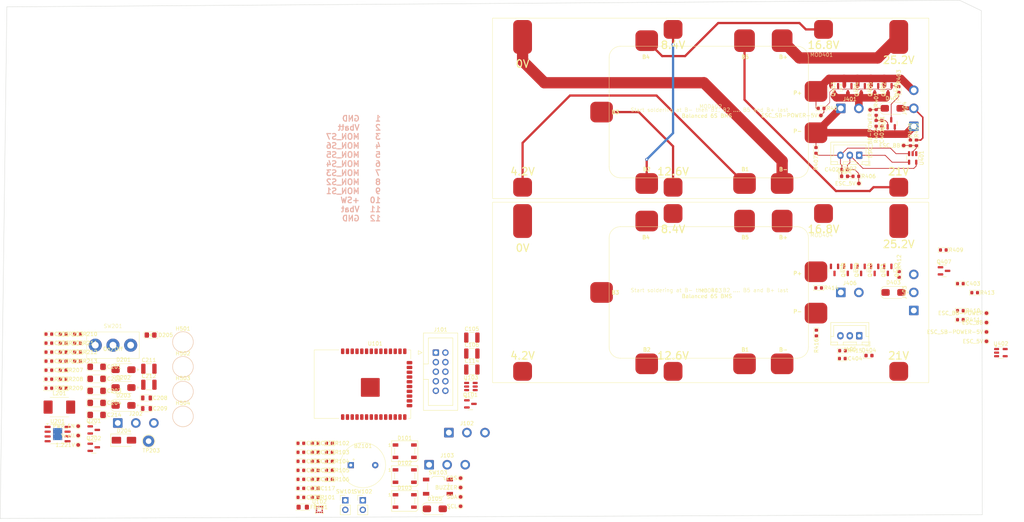
<source format=kicad_pcb>
(kicad_pcb (version 20240108) (generator "pcbnew") (generator_version "8.0")
  (layers (0 "F.Cu" signal) (31 "B.Cu" signal) (34 "B.Paste" user) (35 "F.Paste" user) (36 "B.SilkS" user "B.Silkscreen") (37 "F.SilkS" user "F.Silkscreen") (38 "B.Mask" user) (39 "F.Mask" user) (44 "Edge.Cuts" user))
  (net 0 "")
  (net 1 "+3.3V")
  (net 2 "GND")
  (net 3 "BUTTON")
  (net 4 "EN")
  (net 5 "Net-(U201-BOOT)")
  (net 6 "Vbatt")
  (net 7 "/CPU/COM")
  (net 8 "LEDS")
  (net 9 "Net-(Q401-G)")
  (net 10 "Net-(D402-K)")
  (net 11 "Net-(J402-Pin_2)")
  (net 12 "Net-(D101-DOUT)")
  (net 13 "Net-(D102-DOUT)")
  (net 14 "DR0")
  (net 15 "RX")
  (net 16 "TX")
  (net 18 "/CPU/PwrEn")
  (net 19 "Net-(D401-K)")
  (net 20 "Net-(U101-SDA{slash}GPIO21)")
  (net 22 "MTDI")
  (net 26 "ESC_SB")
  (net 28 "ESC_BB")
  (net 29 "Net-(BZ101--)")
  (net 30 "MTDO")
  (net 32 "MTCK")
  (net 33 "MTMS")
  (net 35 "Net-(D402-A)")
  (net 41 "Net-(J401-Pin_2)")
  (net 42 "Net-(J402-Pin_1)")
  (net 43 "Net-(Q101-G)")
  (net 44 "Net-(U101-SCL{slash}GPIO22)")
  (net 45 "Net-(Q401-D)")
  (net 46 "Net-(U201-Vsens)")
  (net 49 "/CPU/VbatEn")
  (net 51 "Net-(Q402-G)")
  (net 52 "BUZZER")
  (net 54 "/CPU/Vsamp")
  (net 55 "Net-(U401-A)")
  (net 59 "Net-(U102-CS_MAG)")
  (net 60 "Net-(U102-C1)")
  (net 61 "Net-(D201-K)")
  (net 62 "Net-(D204-K)")
  (net 63 "Net-(D205-A)")
  (net 64 "Net-(Q201-G)")
  (net 65 "Net-(Q201-D)")
  (net 66 "Net-(Q202-D)")
  (net 67 "Net-(Q202-G)")
  (net 68 "Net-(R205-Pad1)")
  (net 69 "Net-(R205-Pad2)")
  (net 70 "Net-(R207-Pad2)")
  (net 74 "Net-(D401-A)")
  (net 75 "B1")
  (net 76 "B5")
  (net 77 "B+")
  (net 78 "B-")
  (net 79 "B3")
  (net 80 "B2")
  (net 81 "B4")
  (net 82 "GND1")
  (net 83 "GND2")
  (net 84 "Net-(Q407-G)")
  (net 85 "Net-(D404-K)")
  (net 86 "Net-(J405-Pin_2)")
  (net 87 "Net-(D403-A)")
  (net 88 "Net-(D403-K)")
  (net 89 "Net-(D404-A)")
  (net 90 "Net-(J405-Pin_1)")
  (net 91 "Net-(J406-Pin_2)")
  (net 92 "Net-(Q407-D)")
  (net 93 "Net-(Q408-G)")
  (net 94 "Net-(U402-A)")
  (net 96 "VbattBB")
  (net 97 "Net-(MOD403-21V)")
  (net 98 "Net-(MOD403-0V)")
  (net 99 "Net-(MOD403-8.4V)")
  (net 100 "Net-(MOD403-4.2V)")
  (net 101 "Net-(MOD403-16.8V)")
  (net 102 "Net-(MOD403-12.6V)")
  (net 103 "Net-(MOD403-25.2V)")
  (net 104 "VbattSB")
  (footprint "A_Device:C_0603" (layer "F.Cu") (at 245.81 112.49)
    (property "Reference" "C404")
    (property "Value" "100n")
  )
  (footprint "A_Device:R_0603" (layer "F.Cu") (at 240.18 45.9)
    (property "Reference" "R404")
    (property "Value" "18K")
  )
  (footprint "A_Pads_Pins:Testpad_1" (layer "F.Cu") (at 250.21 65.89)
    (property "Reference" "TP404" (hide yes))
    (property "Value" "ESC_5V")
  )
  (footprint "A_Device:R_0603" (layer "F.Cu") (at 254.81 46.99 90)
    (property "Reference" "R401")
    (property "Value" "100")
  )
  (footprint "A_Device:C_0603" (layer "F.Cu") (at 34.86 105.975)
    (property "Reference" "C205")
    (property "Value" "100n")
  )
  (footprint "A_Device:D_SMA_4.3x3x2.4" (layer "F.Cu") (at 54.71 124.95)
    (property "Reference" "D203")
    (property "Value" "SS14")
  )
  (footprint "A_Device:R_0603" (layer "F.Cu") (at 277.1925 102.15)
    (property "Reference" "R411")
    (property "Value" "100")
  )
  (footprint "A_Device:C_0603" (layer "F.Cu") (at 105.66 135.025)
    (property "Reference" "C110")
    (property "Value" "100n")
  )
  (footprint "A_Pads_Pins:Testpad_1" (layer "F.Cu") (at 144.33 149.295)
    (property "Reference" "TP103" (hide yes))
    (property "Value" "SDA")
  )
  (footprint "A_Device:C_0603" (layer "F.Cu") (at 101.86 149.425)
    (property "Reference" "C109")
    (property "Value" "100n")
  )
  (footprint "A_Pads_Pins:Testpad_1" (layer "F.Cu") (at 42.66 130.475)
    (property "Reference" "TP201" (hide yes))
    (property "Value" "PWR_EN")
  )
  (footprint "A_Device:C_0603" (layer "F.Cu") (at 101.86 144.625)
    (property "Reference" "C107")
    (property "Value" "100n")
  )
  (footprint "A_Device:R_0603" (layer "F.Cu") (at 238.81 57.09 -90)
    (property "Reference" "R407")
    (property "Value" "100")
  )
  (footprint "Connector_Wire:SolderWire-0.75sqmm_1x03_P4.8mm_D1.25mm_OD2.3mm" (layer "F.Cu") (at 53.185 129.63)
    (property "Reference" "J202")
    (property "Value" "CHRG/DATA")
  )
  (footprint "A_Connector:SS-12D10L5" (layer "F.Cu") (at 51.91 108.925)
    (property "Reference" "SW201")
    (property "Value" "On/Off")
  )
  (footprint "A_Pads_Pins:Testpad_1" (layer "F.Cu") (at 262.11 55.79)
    (property "Reference" "TP403" (hide yes))
    (property "Value" "ESC_BB")
  )
  (footprint "A_Pads_Pins:Testpad_1" (layer "F.Cu") (at 284.1425 105.4)
    (property "Reference" "TP407" (hide yes))
    (property "Value" "ESC_SB-POWER-5V")
  )
  (footprint "Package_TO_SOT_SMD:SOT-23" (layer "F.Cu") (at 250.848 40.82 -90)
    (property "Reference" "Q405")
    (property "Value" "AO3401A")
  )
  (footprint "A_Device:C_0603" (layer "F.Cu") (at 105.66 147.025)
    (property "Reference" "C117")
    (property "Value" "10n")
  )
  (footprint "Connector_Wire:SolderWire-0.75sqmm_1x03_P4.8mm_D1.25mm_OD2.3mm" (layer "F.Cu") (at 135.955 140.74)
    (property "Reference" "J103")
    (property "Value" "Conn_01x03_Pin")
  )
  (footprint "A_Device:C_1206_(1.6)" (layer "F.Cu") (at 47.56 114.675)
    (property "Reference" "C201")
    (property "Value" "4.7uF/10V")
  )
  (footprint "A_Device:R_0603" (layer "F.Cu") (at 109.46 142.225)
    (property "Reference" "R105")
    (property "Value" "2.2k")
  )
  (footprint "A_Device:C_1206_(1.6)" (layer "F.Cu") (at 47.56 124.275)
    (property "Reference" "C204")
    (property "Value" "4.7uF/10V")
  )
  (footprint "Package_TO_SOT_SMD:SOT-23" (layer "F.Cu") (at 257.96 40.82 -90)
    (property "Reference" "Q406")
    (property "Value" "AO3401A")
  )
  (footprint "Connector_Wire:SolderWire-0.75sqmm_1x03_P4.8mm_D1.25mm_OD2.3mm" (layer "F.Cu") (at 264.81 50.69 90)
    (property "Reference" "J404")
    (property "Value" "INPUT_SB")
  )
  (footprint "A_Device:C_0603" (layer "F.Cu") (at 277.1925 92.55)
    (property "Reference" "C403")
    (property "Value" "100n")
  )
  (footprint "A_Device:C_0603" (layer "F.Cu") (at 105.66 139.825)
    (property "Reference" "C112")
    (property "Value" "10n")
  )
  (footprint "A_Device:R_0603" (layer "F.Cu") (at 265.51 55.09 90)
    (property "Reference" "R405")
    (property "Value" "100")
  )
  (footprint "Connector_JST:JST_XH_B3B-XH-A_1x03_P2.50mm_Vertical" (layer "F.Cu") (at 250.31 58.39 180)
    (property "Reference" "J402")
    (property "Value" "ESC_SB")
  )
  (footprint "A_Device:R_0603" (layer "F.Cu") (at 280.9925 94.95)
    (property "Reference" "R413")
    (property "Value" "100K")
  )
  (footprint "A_Device:R_0603" (layer "F.Cu") (at 245.86 110.39)
    (property "Reference" "R415")
    (property "Value" "4.7k")
  )
  (footprint "LED_SMD:LED_0603_1608Metric" (layer "F.Cu") (at 252.8975 111.69)
    (property "Reference" "D404")
    (property "Value" "PWR_ESC_BB")
  )
  (footprint "A_Device:R_0603" (layer "F.Cu") (at 34.86 117.975)
    (property "Reference" "R201")
    (property "Value" "100")
  )
  (footprint "A_Device:R_0603" (layer "F.Cu") (at 109.46 135.025)
    (property "Reference" "R102")
    (property "Value" "10K")
  )
  (footprint "Capacitor_SMD:C_1210_3225Metric" (layer "F.Cu") (at 147.315 111.15)
    (property "Reference" "C106")
    (property "Value" "100u/10V")
  )
  (footprint "A_Device:R_0603" (layer "F.Cu") (at 263.91 55.09 90)
    (property "Reference" "R408")
    (property "Value" "100K")
  )
  (footprint "LED_SMD:LED_WS2812B_PLCC4_5.0x5.0mm_P3.2mm" (layer "F.Cu") (at 129.47 137.135)
    (property "Reference" "D101")
    (property "Value" "WS2812B")
  )
  (footprint "Connector_Wire:SolderWire-0.75sqmm_1x02_P4.8mm_D1.25mm_OD2.3mm" (layer "F.Cu") (at 245.408 94.89)
    (property "Reference" "J406")
    (property "Value" "ESCBB")
  )
  (footprint "Connector_Wire:SolderWire-0.75sqmm_1x03_P4.8mm_D1.25mm_OD2.3mm" (layer "F.Cu") (at 264.81 99.69 90)
    (property "Reference" "J403")
    (property "Value" "INPUT_BB")
  )
  (footprint "A_Module:BMS_6S_14A" (layer "F.Cu") (at 209.81 94.89)
    (property "Reference" "MOD404")
    (property "Value" "Balanced 6S BMS")
  )
  (footprint "A_Pads_Pins:Testpad_1" (layer "F.Cu") (at 284.1425 107.9)
    (property "Reference" "TP408" (hide yes))
    (property "Value" "ESC_5V")
  )
  (footprint "A_Device:D_SMA_4.3x3x2.4" (layer "F.Cu") (at 259.21 45.89)
    (property "Reference" "D401")
    (property "Value" "SS14")
  )
  (footprint "A_Mechanical:NPTH_M3" (layer "F.Cu") (at 70.51 114.675)
    (property "Reference" "H502")
    (property "Value" "MountingHole")
  )
  (footprint "A_Device:C_0603" (layer "F.Cu") (at 34.86 110.775)
    (property "Reference" "C207")
    (property "Value" "100n")
  )
  (footprint "Connector_PinHeader_2.54mm:PinHeader_1x02_P2.54mm_Vertical" (layer "F.Cu") (at 113.685 150.2)
    (property "Reference" "SW101")
    (property "Value" "~{BOOT}")
  )
  (footprint "TestPoint:TestPoint_Loop_D2.54mm_Drill1.5mm_Beaded" (layer "F.Cu") (at 61.375 134.46)
    (property "Reference" "TP203")
    (property "Value" "GND")
  )
  (footprint "Package_TO_SOT_SMD:SOT-23" (layer "F.Cu") (at 272.8475 89.14)
    (property "Reference" "Q407")
    (property "Value" "AO3400A")
  )
  (footprint "Connector_Wire:SolderWire-0.75sqmm_1x02_P4.8mm_D1.25mm_OD2.3mm" (layer "F.Cu") (at 245.408 45.9075)
    (property "Reference" "J401")
    (property "Value" "PWR_ESC_SB")
  )
  (footprint "A_Pads_Pins:Testpad_1" (layer "F.Cu") (at 42.66 132.975)
    (property "Reference" "TP202" (hide yes))
    (property "Value" "Vcell")
  )
  (footprint "A_Misc:Buzzer-12x6.5x5.2" (layer "F.Cu") (at 118.385 140.85)
    (property "Reference" "BZ101")
    (property "Value" "Buzzer")
  )
  (footprint "A_Passive:LED_0805" (layer "F.Cu") (at 61.91 106.225)
    (property "Reference" "D205")
    (property "Value" "3.3V")
  )
  (footprint "A_Device:L_0805_(1.2)" (layer "F.Cu") (at 102.36 152.025)
    (property "Reference" "FB101")
    (property "Value" "0.3E 240E@100MHz")
  )
  (footprint "A_Device:R_0603" (layer "F.Cu") (at 42.46 110.775)
    (property "Reference" "R212")
    (property "Value" "10K")
  )
  (footprint "A_Pads_Pins:Testpad_1" (layer "F.Cu") (at 284.1425 102.9)
    (property "Reference" "TP406" (hide yes))
    (property "Value" "ESC_BB")
  )
  (footprint "Package_TO_SOT_SMD:SOT-23" (layer "F.Cu") (at 243.736 88.89 -90)
    (property "Reference" "Q408")
    (property "Value" "AO3401A")
  )
  (footprint "Package_TO_SOT_SMD:SOT-23" (layer "F.Cu") (at 146.935 124.545)
    (property "Reference" "Q101")
    (property "Value" "AO3400A")
  )
  (footprint "A_Pads_Pins:Testpad_1" (layer "F.Cu") (at 144.33 151.795)
    (property "Reference" "TP104" (hide yes))
    (property "Value" "SCL")
  )
  (footprint "Package_TO_SOT_SMD:SOT-23-5" (layer "F.Cu") (at 264.51 59.09 -90)
    (property "Reference" "U401")
    (property "Value" "SN74LV1T34DBV")
  )
  (footprint "A_Device:C_0603" (layer "F.Cu") (at 101.86 135.025)
    (property "Reference" "C101")
    (property "Value" "100n")
  )
  (footprint "A_Device:C_0603" (layer "F.Cu") (at 101.86 142.225)
    (property "Reference" "C104")
    (property "Value" "100n")
  )
  (footprint "A_Mechanical:NPTH_M3" (layer "F.Cu") (at 70.51 121.275)
    (property "Reference" "H503")
    (property "Value" "MountingHole")
  )
  (footprint "A_Device:C_0603" (layer "F.Cu") (at 256.31 49.89 -90)
    (property "Reference" "C401")
    (property "Value" "100n")
  )
  (footprint "A_Device:D_SMA_4.3x3x2.4" (layer "F.Cu") (at 137.48 152.47)
    (property "Reference" "D105")
    (property "Value" "SS14")
  )
  (footprint "A_Device:L_6.6x7.0mm" (layer "F.Cu") (at 37.66 125.4)
    (property "Reference" "L201")
    (property "Value" "33uH/2A")
  )
  (footprint "A_Device:D_SMA_4.3x3x2.4" (layer "F.Cu") (at 54.71 120.2)
    (property "Reference" "D202")
    (property "Value" "SS14")
  )
  (footprint "Package_TO_SOT_SMD:SOT-23" (layer "F.Cu") (at 247.292 40.82 -90)
    (property "Reference" "Q404")
    (property "Value" "AO3401A")
  )
  (footprint "A_Device:R_0603" (layer "F.Cu") (at 38.66 117.975)
    (property "Reference" "R208")
    (property "Value" "1k")
  )
  (footprint "A_Device:R_0603" (layer "F.Cu") (at 38.66 105.975)
    (property "Reference" "R203")
    (property "Value" "100K")
  )
  (footprint "A_Device:R_0603" (layer "F.Cu") (at 254.81 49.89 -90)
    (property "Reference" "R402")
    (property "Value" "100K")
  )
  (footprint "A_Device:C_0603" (layer "F.Cu") (at 105.66 142.225)
    (property "Reference" "C113")
    (property "Value" "100n")
  )
  (footprint "A_Device:C_0603" (layer "F.Cu") (at 34.86 108.375)
    (property "Reference" "C206")
    (property "Value" "10n")
  )
  (footprint "A_Pads_Pins:Testpad_1" (layer "F.Cu") (at 240.11 47.79)
    (property "Reference" "TP402" (hide yes))
    (property "Value" "ESC_SB-POWER-5V")
  )
  (footprint "Package_SO:HTSOP-8-1EP_3.9x4.9mm_P1.27mm_EP2.4x3.2mm_ThermalVias" (layer "F.Cu") (at 37.185 132.58)
    (property "Reference" "U201")
    (property "Value" "TPS5430DDAR")
  )
  (footprint "A_Module:BMS_6S_14A" (layer "F.Cu") (at 209.81 46.89)
    (property "Reference" "MOD401")
    (property "Value" "Balanced 6S BMS")
  )
  (footprint "A_Device:R_0603" (layer "F.Cu") (at 249.41 63.99)
    (property "Reference" "R406")
    (property "Value" "4.7k")
  )
  (footprint "A_Device:C_0603" (layer "F.Cu") (at 246.41 62.19 180)
    (property "Reference" "C402")
    (property "Value" "100n")
  )
  (footprint "Capacitor_SMD:C_1210_3225Metric" (layer "F.Cu") (at 147.315 106.9)
    (property "Reference" "C105")
    (property "Value" "100u/10V")
  )
  (footprint "Package_TO_SOT_SMD:SOT-23-5" (layer "F.Cu") (at 287.9675 110.91)
    (property "Reference" "U402")
    (property "Value" "SN74LV1T34DBV")
  )
  (footprint "A_Device:C_0603" (layer "F.Cu") (at 105.66 144.625)
    (property "Reference" "C116")
    (property "Value" "100n")
  )
  (footprint "A_Device:R_0603" (layer "F.Cu") (at 38.66 108.375)
    (property "Reference" "R204")
    (property "Value" "1k")
  )
  (footprint "A_Device:D_SMA_4.3x3x2.4" (layer "F.Cu") (at 54.71 115.45)
    (property "Reference" "D201")
    (property "Value" "SS14")
  )
  (footprint "Package_TO_SOT_SMD:SOT-23-6" (layer "F.Cu") (at 147.065 119.925)
    (property "Reference" "U103")
    (property "Value" "USBLC6-4SC6")
  )
  (footprint "A_Device:R_0603" (layer "F.Cu") (at 38.66 113.175)
    (property "Reference" "R206")
    (property "Value" "6.2k")
  )
  (footprint "A_Device:R_0603" (layer "F.Cu") (at 109.46 139.825)
    (property "Reference" "R104")
    (property "Value" "2.2k")
  )
  (footprint "A_Device:C_0603" (layer "F.Cu") (at 101.86 137.425)
    (property "Reference" "C102")
    (property "Value" "100n")
  )
  (footprint "A_Pads_Pins:Testpad_1" (layer "F.Cu") (at 144.33 146.795)
    (property "Reference" "TP102" (hide yes))
    (property "Value" "BUZZER")
  )
  (footprint "A_Mechanical:Accupack_6C" (layer "F.Cu") (at 210.81 94.89)
    (property "Reference" "MOD403")
    (property "Value" "~")
  )
  (footprint "A_Device:R_0603" (layer "F.Cu") (at 109.46 144.625)
    (property "Reference" "R106")
    (property "Value" "100")
  )
  (footprint "A_Device:R_0603" (layer "F.Cu") (at 277.1925 99.75)
    (property "Reference" "R410")
    (property "Value" "100K")
  )
  (footprint "Package_TO_SOT_SMD:SOT-23" (layer "F.Cu") (at 254.404 40.82 -90)
    (property "Reference" "Q402")
    (property "Value" "AO3401A")
  )
  (footprint "LED_SMD:LED_0603_1608Metric" (layer "F.Cu") (at 246.41 63.99)
    (property "Reference" "D402")
    (property "Value" "PWR_ESC_BB")
  )
  (footprint "A_Pads_Pins:Testpad_1" (layer "F.Cu") (at 144.33 144.295)
    (property "Reference" "TP101" (hide yes))
    (property "Value" "LEDS")
  )
  (footprint "A_Device:R_0603" (layer "F.Cu") (at 260.81 40.89 90)
    (property "Reference" "R403")
    (property "Value" "10K")
  )
  (footprint "Capacitor_SMD:C_1210_3225Metric" (layer "F.Cu") (at 61.455 115.2)
    (property "Reference" "C211")
    (property "Value" "100u/10V")
  )
  (footprint "A_Device:R_0603" (layer "F.Cu") (at 239.51 93.69)
    (property "Reference" "R414")
    (property "Value" "18K")
  )
  (footprint "A_Mechanical:NPTH_M3" (layer "F.Cu") (at 70.51 127.875)
    (property "Reference" "H504")
    (property "Value" "MountingHole")
  )
  (footprint "A_Device:R_0603" (layer "F.Cu") (at 42.46 108.375)
    (property "Reference" "R211")
    (property "Value" "18K")
  )
  (footprint "Connector_Wire:SolderWire-0.75sqmm_1x03_P4.8mm_D1.25mm_OD2.3mm" (layer "F.Cu") (at 141.21 132.19)
    (property "Reference" "J102")
    (property "Value" "Conn_01x03_Pin")
  )
  (footprint "A_Device:R_0603" (layer "F.Cu") (at 38.66 120.375)
    (property "Reference" "R209")
    (property "Value" "100K")
  )
  (footprint "A_Device:R_0603" (layer "F.Cu") (at 238.91 105.69 -90)
    (property "Reference" "R416")
    (property "Value" "100")
  )
  (footprint "A_Device:C_1206_(1.6)" (layer "F.Cu") (at 47.56 117.875)
    (property "Reference" "C202")
    (property "Value" "4.7uF/10V")
  )
  (footprint "Package_TO_SOT_SMD:SOT-23" (layer "F.Cu") (at 247.26 88.89 -90)
    (property "Reference" "Q409")
    (property "Value" "AO3401A")
  )
  (footprint "Connector_PinHeader_2.54mm:PinHeader_1x02_P2.54mm_Vertical" (layer "F.Cu") (at 118.335 150.2)
    (property "Reference" "SW102")
    (property "Value" "~{RESET}")
  )
  (footprint "A_Device:R_0603" (layer "F.Cu") (at 42.46 105.975)
    (property "Reference" "R210")
    (property "Value" "100K")
  )
  (footprint "A_Mechanical:NPTH_M3" (layer "F.Cu") (at 70.51 108.075)
    (property "Reference" "H501")
    (property "Value" "MountingHole")
  )
  (footprint "A_Pads_Pins:Testpad_1" (layer "F.Cu") (at 42.66 135.475)
    (property "Reference" "TP204" (hide yes))
    (property "Value" "1.221V")
  )
  (footprint "Package_TO_SOT_SMD:SOT-23" (layer "F.Cu") (at 243.736 40.82 -90)
    (property "Reference" "Q403")
    (property "Value" "AO3401A")
  )
  (footprint "A_Pads_Pins:Testpad_1" (layer "F.Cu") (at 284.1425 100.4)
    (property "Reference" "TP405" (hide yes))
    (property "Value" "ESC_BB-POWER")
  )
  (footprint "Connector_IDC:IDC-Header_2x05_P2.54mm_Vertical" (layer "F.Cu") (at 137.75 110.9)
    (property "Reference" "J101")
    (property "Value" "PROG/JTAG")
  )
  (footprint "A_Device:R_0603" (layer "F.Cu") (at 34.86 120.375)
    (property "Reference" "R202")
    (property "Value" "100K")
  )
  (footprint "A_Device:D_SMA_4.3x3x2.4" (layer "F.Cu") (at 259.41 94.89)
    (property "Reference" "D403")
    (property "Value" "SS14")
  )
  (footprint "Connector_JST:JST_XH_B3B-XH-A_1x03_P2.50mm_Vertical" (layer "F.Cu") (at 250.31 106.415 180)
    (property "Reference" "J405")
    (property "Value" "ESC_BB")
  )
  (footprint "A_Device:C_0805" (layer "F.Cu") (at 60.83 122.975)
    (property "Reference" "C208")
    (property "Value" "10u/25V")
  )
  (footprint "A_Device:C_0603" (layer "F.Cu") (at 101.86 147.025)
    (property "Reference" "C108")
    (property "Value" "100n")
  )
  (footprint "A_Device:R_0603" (layer "F.Cu") (at 105.66 149.425)
    (property "Reference" "R101")
    (property "Value" "10K")
  )
  (footprint "A_Device:R_0603" (layer "F.Cu") (at 260.91 90.09 90)
    (property "Reference" "R412")
    (property "Value" "10K")
  )
  (footprint "Diode_SMD:D_SMA" (layer "F.Cu") (at 54.83 134.21)
    (property "Reference" "D204")
    (property "Value" "SS54")
  )
  (footprint "Package_TO_SOT_SMD:SOT-23" (layer "F.Cu") (at 46.805 131.475)
    (property "Reference" "Q201")
    (property "Value" "AO3400A")
  )
  (footprint "Button_Switch_SMD:SW_SPST_TL3342" (layer "F.Cu") (at 138.305 146.57)
    (property "Reference" "SW103")
    (property "Value" "MODE")
  )
  (footprint "A_Module:ESP32-WROOM-32" (layer "F.Cu") (at 118.235 119.3)
    (property "Reference" "U101")
    (property "Value" "ESP32-WROOM-32E_(visible_peripherals)")
  )
  (footprint "Package_TO_SOT_SMD:SOT-23" (layer "F.Cu") (at 250.81 88.89 -90)
    (property "Reference" "Q410")
    (property "Value" "AO3401A")
  )
  (footprint "A_Device:R_0603" (layer "F.Cu") (at 38.66 115.575)
    (property "Reference" "R207")
    (property "Value" "100K")
  )
  (footprint "A_Pads_Pins:Testpad_1" (layer "F.Cu") (at 253.21 46.29 90)
    (property "Reference" "TP401" (hide yes))
    (property "Value" "ESC_BB-POWER")
  )
  (footprint "Package_TO_SOT_SMD:SOT-23" (layer "F.Cu") (at 258.81 49.89 90)
    (property "Reference" "Q401")
    (property "Value" "AO3400A")
  )
  (footprint "Capacitor_SMD:C_1210_3225Metric" (layer "F.Cu") (at 147.315 115.4)
    (property "Reference" "C114")
    (property "Value" "100u/10V")
  )
  (footprint "A_Device:R_0603" (layer "F.Cu") (at 272.66 83.59)
    (property "Reference" "R409")
    (property "Value" "100")
  )
  (footprint "Package_LGA:LGA-12_2x2mm_P0.5mm" (layer "F.Cu") (at 106.78 152.645)
    (property "Reference" "U102")
    (property "Value" "LSM303AGRTR")
  )
  (footprint "A_Device:R_0603" (layer "F.Cu") (at 42.46 113.175)
    (property "Reference" "R213")
    (property "Value" "10K")
  )
  (footprint "A_Mechanical:Accupack_6C" (layer "F.Cu") (at 210.81 45.89)
    (property "Reference" "MOD402")
    (property "Value" "~")
  )
  (footprint "LED_SMD:LED_WS2812B_PLCC4_5.0x5.0mm_P3.2mm" (layer "F.Cu") (at 129.47 150.375)
    (property "Reference" "D103")
    (property "Value" "WS2812B")
  )
  (footprint "A_Device:C_0603" (layer "F.Cu") (at 101.86 139.825)
    (property "Reference" "C103")
    (property "Value" "100n")
  )
  (footprint "Capacitor_SMD:C_1210_3225Metric" (layer "F.Cu") (at 61.455 119.45)
    (property "Reference" "C212")
    (property "Value" "100u/10V")
  )
  (footprint "A_Device:C_1206_(1.6)" (layer "F.Cu") (at 47.56 127.475)
    (property "Reference" "C214")
    (property "Value" "4.7uF/10V")
  )
  (footprint "A_Device:C_0603" (layer "F.Cu") (at 105.66 137.425)
    (property "Reference" "C111")
    (property "Value" "100n")
  )
  (footprint "Package_TO_SOT_SMD:SOT-23" (layer "F.Cu") (at 254.41 88.89 -90)
    (property "Reference" "Q411")
    (property "Value" "AO3401A")
  )
  (footprint "A_Device:R_0603" (layer "F.Cu") (at 38.66 110.775)
    (property "Reference" "R205")
    (property "Value" "100K")
  )
  (footprint "A_Device:C_0805" (layer "F.Cu") (at 60.83 125.775)
    (property "Reference" "C209")
    (property "Value" "10u/25V")
  )
  (footprint "Package_TO_SOT_SMD:SOT-23" (layer "F.Cu") (at 257.91 88.89 -90)
    (property "Reference" "Q412")
    (property "Value" "AO3401A")
  )
  (footprint "A_Device:R_0603" (layer "F.Cu") (at 109.46 137.425)
    (property "Reference" "R103")
    (property "Value" "10K")
  )
  (footprint "Package_TO_SOT_SMD:SOT-23" (layer "F.Cu") (at 46.805 136.1)
    (property "Reference" "Q202")
    (property "Value" "AO3401A")
  )
  (footprint "A_Device:C_1206_(1.6)" (layer "F.Cu") (at 47.56 121.075)
    (property "Reference" "C203")
    (property "Value" "4.7uF/10V")
  )
  (footprint "A_Device:C_0603" (layer "F.Cu") (at 34.86 115.575)
    (property "Reference" "C213")
    (property "Value" "100n")
  )
  (footprint "LED_SMD:LED_WS2812B_PLCC4_5.0x5.0mm_P3.2mm" (layer "F.Cu") (at 129.47 143.755)
    (property "Reference" "D102")
    (property "Value" "WS2812B")
  )
  (footprint "A_Device:C_0603" (layer "F.Cu") (at 34.86 113.175)
    (property "Reference" "C210")
    (property "Value" "10n")
  )
  (gr_line (start 21.924 155.04) (end 283.036 154.024) (stroke (width 0.1)) (layer "Edge.Cuts"))
  (gr_line (start 276.94 17.118) (end 23.702 18.896) (stroke (width 0.1)) (layer "Edge.Cuts"))
  (gr_line (start 283.036 154.024) (end 282.782 19.912) (stroke (width 0.1)) (layer "Edge.Cuts"))
  (gr_line (start 23.702 18.896) (end 21.924 155.04) (stroke (width 0.1)) (layer "Edge.Cuts"))
  (gr_line (start 282.782 19.912) (end 276.94 17.118) (stroke (width 0.1)) (layer "Edge.Cuts"))
  (gr_text "1	GND\n2	Vbatt\n3	MON_S7\n4	MON_S6\n5	MON_S5\n6	MON_S4\n7	MON_S3\n8	MON_S2\n9	MON_S1\n10	+SW\n11	Vbat\n12	GND" (at 123.27 76.046 0) (layer "B.SilkS") (effects (font (size 1.5 1.5) (thickness 0.3) (bold yes)) (justify left bottom mirror)))
  (segment (start 256.31 49.14) (end 254.81 49.14) (width 0.2) (layer "F.Cu") (net 9))
  (segment (start 254.81 47.74) (end 254.81 49.14) (width 0.2) (layer "F.Cu") (net 9))
  (segment (start 257.26 49.14) (end 256.31 49.14) (width 0.2) (layer "F.Cu") (net 9))
  (segment (start 257.86 50.8275) (end 257.86 49.74) (width 0.2) (layer "F.Cu") (net 9))
  (segment (start 257.86 49.74) (end 257.26 49.14) (width 0.2) (layer "F.Cu") (net 9))
  (segment (start 245.71 61.09) (end 245.71 61.29) (width 0.2) (layer "F.Cu") (net 10))
  (segment (start 263.56 57.9525) (end 260.0725 57.9525) (width 0.2) (layer "F.Cu") (net 10))
  (segment (start 245.31 58.39) (end 239.36 58.39) (width 0.2) (layer "F.Cu") (net 10))
  (segment (start 245.71 61.29) (end 245.66 61.34) (width 0.2) (layer "F.Cu") (net 10))
  (segment (start 258.61 56.49) (end 247.21 56.49) (width 0.2) (layer "F.Cu") (net 10))
  (segment (start 245.31 58.39) (end 245.31 60.69) (width 0.2) (layer "F.Cu") (net 10))
  (segment (start 245.66 63.9525) (end 245.6225 63.99) (width 0.2) (layer "F.Cu") (net 10))
  (segment (start 245.31 60.69) (end 245.71 61.09) (width 0.2) (layer "F.Cu") (net 10))
  (segment (start 239.36 58.39) (end 238.81 57.84) (width 0.2) (layer "F.Cu") (net 10))
  (segment (start 260.0725 57.9525) (end 258.61 56.49) (width 0.2) (layer "F.Cu") (net 10))
  (segment (start 245.66 62.19) (end 245.66 63.9525) (width 0.2) (layer "F.Cu") (net 10))
  (segment (start 247.21 56.49) (end 245.31 58.39) (width 0.2) (layer "F.Cu") (net 10))
  (segment (start 245.66 61.34) (end 245.66 62.19) (width 0.2) (layer "F.Cu") (net 10))
  (segment (start 247.16 61.04) (end 247.81 60.39) (width 0.2) (layer "F.Cu") (net 11))
  (segment (start 251.31 61.89) (end 247.81 58.39) (width 0.2) (layer "F.Cu") (net 11))
  (segment (start 264.81 61.89) (end 251.31 61.89) (width 0.2) (layer "F.Cu") (net 11))
  (segment (start 250.16 65.84) (end 250.21 65.89) (width 0.2) (layer "F.Cu") (net 11))
  (segment (start 247.81 60.39) (end 247.81 58.39) (width 0.2) (layer "F.Cu") (net 11))
  (segment (start 250.16 63.24) (end 249.11 62.19) (width 0.2) (layer "F.Cu") (net 11))
  (segment (start 247.16 62.19) (end 247.16 61.04) (width 0.2) (layer "F.Cu") (net 11))
  (segment (start 265.46 60.2275) (end 265.46 61.24) (width 0.2) (layer "F.Cu") (net 11))
  (segment (start 249.11 62.19) (end 247.16 62.19) (width 0.2) (layer "F.Cu") (net 11))
  (segment (start 250.16 63.99) (end 250.16 65.84) (width 0.2) (layer "F.Cu") (net 11))
  (segment (start 250.16 63.99) (end 250.16 63.24) (width 0.2) (layer "F.Cu") (net 11))
  (segment (start 265.46 61.24) (end 264.81 61.89) (width 0.2) (layer "F.Cu") (net 11))
  (segment (start 256.876 45.89) (end 255.16 45.89) (width 0.2) (layer "F.Cu") (net 19))
  (segment (start 254.81 46.24) (end 253.26 46.24) (width 0.2) (layer "F.Cu") (net 19))
  (segment (start 255.16 45.89) (end 254.81 46.24) (width 0.2) (layer "F.Cu") (net 19))
  (segment (start 253.26 46.24) (end 253.21 46.29) (width 0.2) (layer "F.Cu") (net 19))
  (segment (start 247.1975 63.99) (end 248.66 63.99) (width 0.2) (layer "F.Cu") (net 35))
  (segment (start 243.736 41.7575) (end 243.736 42.598) (width 1) (layer "F.Cu") (net 41))
  (segment (start 250.208 43.228) (end 250.086 43.106) (width 2) (layer "F.Cu") (net 41))
  (segment (start 247.292 41.7575) (end 247.292 43.106) (width 1) (layer "F.Cu") (net 41))
  (segment (start 257.96 42.598) (end 257.96 41.7575) (width 1) (layer "F.Cu") (net 41))
  (segment (start 243.736 42.598) (end 244.244 43.106) (width 2) (layer "F.Cu") (net 41))
  (segment (start 250.086 43.106) (end 257.452 43.106) (width 2) (layer "F.Cu") (net 41))
  (segment (start 254.404 41.7575) (end 254.404 43.106) (width 1) (layer "F.Cu") (net 41))
  (segment (start 257.452 43.106) (end 257.96 42.598) (width 1) (layer "F.Cu") (net 41))
  (segment (start 250.848 41.7575) (end 250.848 43.106) (width 1) (layer "F.Cu") (net 41))
  (segment (start 244.244 43.106) (end 250.086 43.106) (width 2) (layer "F.Cu") (net 41))
  (segment (start 250.208 45.9075) (end 250.208 43.228) (width 2) (layer "F.Cu") (net 41))
  (segment (start 257.21 58.39) (end 250.31 58.39) (width 0.2) (layer "F.Cu") (net 42))
  (segment (start 259.0475 60.2275) (end 257.21 58.39) (width 0.2) (layer "F.Cu") (net 42))
  (segment (start 263.56 60.2275) (end 259.0475 60.2275) (width 0.2) (layer "F.Cu") (net 42))
  (segment (start 258.81 48.9525) (end 258.81 44.79) (width 0.2) (layer "F.Cu") (net 45))
  (segment (start 258.81 44.79) (end 260.81 42.79) (width 0.2) (layer "F.Cu") (net 45))
  (segment (start 260.81 42.79) (end 260.81 41.64) (width 0.2) (layer "F.Cu") (net 45))
  (segment (start 244.686 39.8825) (end 244.686 40.6905) (width 0.127) (layer "F.Cu") (net 51))
  (segment (start 260.81 40.14) (end 259.96 40.14) (width 0.2) (layer "F.Cu") (net 51))
  (segment (start 249.572566 40.8835) (end 250.2765 40.8835) (width 0.127) (layer "F.Cu") (net 51))
  (segment (start 251.864 40.7565) (end 253.001566 40.7565) (width 0.127) (layer "F.Cu") (net 51))
  (segment (start 259.96 40.14) (end 259.7025 39.8825) (width 0.2) (layer "F.Cu") (net 51))
  (segment (start 253.9595 40.7565) (end 255.293 40.7565) (width 0.127) (layer "F.Cu") (net 51))
  (segment (start 255.547 40.8835) (end 255.42 40.7565) (width 0.127) (layer "F.Cu") (net 51))
  (segment (start 248.242 40.6955) (end 248.181 40.7565) (width 0.127) (layer "F.Cu") (net 51))
  (segment (start 242.466 44.364) (end 240.93 45.9) (width 0.127) (layer "F.Cu") (net 51))
  (segment (start 249.445566 40.7565) (end 249.572566 40.8835) (width 0.127) (layer "F.Cu") (net 51))
  (segment (start 250.4035 40.7565) (end 251.737 40.7565) (width 0.127) (layer "F.Cu") (net 51))
  (segment (start 257.507566 40.8835) (end 255.547 40.8835) (width 0.127) (layer "F.Cu") (net 51))
  (segment (start 248.242 39.8825) (end 248.242 40.6955) (width 0.127) (layer "F.Cu") (net 51))
  (segment (start 255.354 40.6955) (end 255.293 40.7565) (width 0.127) (layer "F.Cu") (net 51))
  (segment (start 244.879 40.7565) (end 244.752 40.7565) (width 0.127) (layer "F.Cu") (net 51))
  (segment (start 244.752 40.7565) (end 244.625 40.7565) (width 0.127) (layer "F.Cu") (net 51))
  (segment (start 243.2915 40.7565) (end 242.466 41.582) (width 0.127) (layer "F.Cu") (net 51))
  (segment (start 258.91 39.8825) (end 258.91 40.759) (width 0.127) (layer "F.Cu") (net 51))
  (segment (start 253.001566 40.7565) (end 253.128566 40.8835) (width 0.127) (layer "F.Cu") (net 51))
  (segment (start 259.7025 39.8825) (end 258.91 39.8825) (width 0.2) (layer "F.Cu") (net 51))
  (segment (start 251.798 40.6905) (end 251.864 40.7565) (width 0.127) (layer "F.Cu") (net 51))
  (segment (start 244.686 40.6955) (end 244.625 40.7565) (width 0.127) (layer "F.Cu") (net 51))
  (segment (start 255.354 39.8825) (end 255.354 40.6905) (width 0.127) (layer "F.Cu") (net 51))
  (segment (start 248.242 40.6905) (end 248.308 40.7565) (width 0.127) (layer "F.Cu") (net 51))
  (segment (start 251.737 40.7565) (end 251.864 40.7565) (width 0.127) (layer "F.Cu") (net 51))
  (segment (start 258.285434 40.7565) (end 257.634566 40.7565) (width 0.127) (layer "F.Cu") (net 51))
  (segment (start 246.8475 40.7565) (end 248.181 40.7565) (width 0.127) (layer "F.Cu") (net 51))
  (segment (start 258.7855 40.8835) (end 258.412434 40.8835) (width 0.127) (layer "F.Cu") (net 51))
  (segment (start 251.798 39.8825) (end 251.798 40.6955) (width 0.127) (layer "F.Cu") (net 51))
  (segment (start 251.798 40.6955) (end 251.737 40.7565) (width 0.127) (layer "F.Cu") (net 51))
  (segment (start 255.42 39.9485) (end 255.354 39.8825) (width 0.127) (layer "F.Cu") (net 51))
  (segment (start 253.128566 40.8835) (end 253.8325 40.8835) (width 0.127) (layer "F.Cu") (net 51))
  (segment (start 242.466 41.582) (end 242.466 44.364) (width 0.127) (layer "F.Cu") (net 51))
  (segment (start 244.625 40.7565) (end 243.2915 40.7565) (width 0.127) (layer "F.Cu") (net 51))
  (segment (start 255.354 40.6905) (end 255.42 40.7565) (width 0.127) (layer "F.Cu") (net 51))
  (segment (start 255.354 39.8825) (end 255.354 40.6955) (width 0.127) (layer "F.Cu") (net 51))
  (segment (start 248.181 40.7565) (end 248.308 40.7565) (width 0.127) (layer "F.Cu") (net 51))
  (segment (start 255.293 40.7565) (end 255.42 40.7565) (width 0.127) (layer "F.Cu") (net 51))
  (segment (start 245.895 40.8835) (end 246.7205 40.8835) (width 0.127) (layer "F.Cu") (net 51))
  (segment (start 248.242 39.8825) (end 248.242 40.6905) (width 0.127) (layer "F.Cu") (net 51))
  (segment (start 246.7205 40.8835) (end 246.8475 40.7565) (width 0.127) (layer "F.Cu") (net 51))
  (segment (start 251.798 39.8825) (end 251.798 40.6905) (width 0.127) (layer "F.Cu") (net 51))
  (segment (start 245.768 40.7565) (end 244.879 40.7565) (width 0.127) (layer "F.Cu") (net 51))
  (segment (start 240.91 46.99) (end 240.91 45.92) (width 0.2) (layer "F.Cu") (net 51))
  (segment (start 258.412434 40.8835) (end 258.285434 40.7565) (width 0.127) (layer "F.Cu") (net 51))
  (segment (start 240.91 45.92) (end 240.93 45.9) (width 0.2) (layer "F.Cu") (net 51))
  (segment (start 258.91 40.759) (end 258.7855 40.8835) (width 0.127) (layer "F.Cu") (net 51))
  (segment (start 248.308 40.7565) (end 249.445566 40.7565) (width 0.127) (layer "F.Cu") (net 51))
  (segment (start 245.895 40.8835) (end 245.768 40.7565) (width 0.127) (layer "F.Cu") (net 51))
  (segment (start 250.2765 40.8835) (end 250.4035 40.7565) (width 0.127) (layer "F.Cu") (net 51))
  (segment (start 244.686 40.6905) (end 244.752 40.7565) (width 0.127) (layer "F.Cu") (net 51))
  (segment (start 253.8325 40.8835) (end 253.9595 40.7565) (width 0.127) (layer "F.Cu") (net 51))
  (segment (start 240.11 47.79) (end 240.91 46.99) (width 0.2) (layer "F.Cu") (net 51))
  (segment (start 257.634566 40.7565) (end 257.507566 40.8835) (width 0.127) (layer "F.Cu") (net 51))
  (segment (start 244.686 39.8825) (end 244.686 40.6955) (width 0.127) (layer "F.Cu") (net 51))
  (segment (start 264.51 57.9525) (end 264.51 57.49) (width 0.2) (layer "F.Cu") (net 55))
  (segment (start 264.51 57.49) (end 265.51 56.49) (width 0.2) (layer "F.Cu") (net 55))
  (segment (start 262.11 55.79) (end 265.46 55.79) (width 0.2) (layer "F.Cu") (net 55))
  (segment (start 265.46 55.79) (end 265.51 55.84) (width 0.2) (layer "F.Cu") (net 55))
  (segment (start 265.51 56.49) (end 265.51 55.84) (width 0.2) (layer "F.Cu") (net 55))
  (segment (start 266.66 54.34) (end 265.51 54.34) (width 0.4) (layer "F.Cu") (net 74))
  (segment (start 267.21 53.79) (end 266.66 54.34) (width 0.4) (layer "F.Cu") (net 74))
  (segment (start 267.21 48.29) (end 267.21 53.79) (width 0.4) (layer "F.Cu") (net 74))
  (segment (start 264.81 45.89) (end 261.076 45.89) (width 1) (layer "F.Cu") (net 74))
  (segment (start 264.81 45.89) (end 267.21 48.29) (width 0.4) (layer "F.Cu") (net 74))
  (segment (start 196.41 42.49) (end 173.41 42.49) (width 0.6) (layer "F.Cu") (net 75))
  (segment (start 219.81 65.89) (end 196.41 42.49) (width 0.6) (layer "F.Cu") (net 75))
  (segment (start 173.41 42.49) (end 160.81 55.09) (width 0.6) (layer "F.Cu") (net 75))
  (segment (start 160.81 55.09) (end 160.81 66.89) (width 0.6) (layer "F.Cu") (net 75))
  (segment (start 254.11 66.89) (end 253.11 67.89) (width 0.6) (layer "F.Cu") (net 76))
  (segment (start 244.11 67.89) (end 219.81 43.59) (width 0.6) (layer "F.Cu") (net 76))
  (segment (start 219.81 43.59) (end 219.81 27.89) (width 0.6) (layer "F.Cu") (net 76))
  (segment (start 260.81 66.89) (end 254.11 66.89) (width 0.6) (layer "F.Cu") (net 76))
  (segment (start 253.11 67.89) (end 244.11 67.89) (width 0.6) (layer "F.Cu") (net 76))
  (segment (start 255.21 32.49) (end 234.41 32.49) (width 3) (layer "F.Cu") (net 77))
  (segment (start 260.81 26.89) (end 255.21 32.49) (width 3) (layer "F.Cu") (net 77))
  (segment (start 234.41 32.49) (end 229.81 27.89) (width 3) (layer "F.Cu") (net 77))
  (segment (start 229.81 65.89) (end 229.81 59.89) (width 3) (layer "F.Cu") (net 78))
  (segment (start 229.81 59.89) (end 209.01 39.09) (width 3) (layer "F.Cu") (net 78))
  (segment (start 160.81 33.29) (end 160.81 26.89) (width 3) (layer "F.Cu") (net 78))
  (segment (start 166.61 39.09) (end 160.81 33.29) (width 3) (layer "F.Cu") (net 78))
  (segment (start 209.01 39.09) (end 166.61 39.09) (width 3) (layer "F.Cu") (net 78))
  (segment (start 200.81 55.99) (end 200.81 66.89) (width 0.6) (layer "F.Cu") (net 79))
  (segment (start 191.71 46.89) (end 200.81 55.99) (width 0.6) (layer "F.Cu") (net 79))
  (segment (start 181.81 46.89) (end 191.71 46.89) (width 0.6) (layer "F.Cu") (net 79))
  (segment (start 200.81 24.89) (end 200.81 28.89) (width 0.6) (layer "F.Cu") (net 80))
  (segment (start 193.81 59.49) (end 193.81 65.89) (width 0.6) (layer "F.Cu") (net 80))
  (via (at 193.81 59.49) (size 0.8) (drill 0.4) (layers "F.Cu" "B.Cu") (net 80))
  (via (at 200.81 28.89) (size 0.8) (drill 0.4) (layers "F.Cu" "B.Cu") (net 80))
  (segment (start 200.81 52.49) (end 193.81 59.49) (width 0.6) (layer "B.Cu") (net 80))
  (segment (start 200.81 28.89) (end 200.81 52.49) (width 0.6) (layer "B.Cu") (net 80))
  (segment (start 197.91 31.99) (end 193.81 27.89) (width 0.6) (layer "F.Cu") (net 81))
  (segment (start 236.11 24.89) (end 234.41 23.19) (width 0.6) (layer "F.Cu") (net 81))
  (segment (start 204.01 31.99) (end 197.91 31.99) (width 0.6) (layer "F.Cu") (net 81))
  (segment (start 240.81 24.89) (end 236.11 24.89) (width 0.6) (layer "F.Cu") (net 81))
  (segment (start 212.81 23.19) (end 204.01 31.99) (width 0.6) (layer "F.Cu") (net 81))
  (segment (start 234.41 23.19) (end 212.81 23.19) (width 0.6) (layer "F.Cu") (net 81))
  (segment (start 259.76 50.8275) (end 259.76 52.615) (width 0.2) (layer "F.Cu") (net 83))
  (segment (start 259.91 52.765) (end 262.735 52.765) (width 2) (layer "F.Cu") (net 83))
  (segment (start 238.81 56.34) (end 238.81 52.39) (width 0.2) (layer "F.Cu") (net 83))
  (segment (start 263.91 53.94) (end 262.735 52.765) (width 0.2) (layer "F.Cu") (net 83))
  (segment (start 256.31 50.64) (end 256.31 52.665) (width 0.2) (layer "F.Cu") (net 83))
  (segment (start 254.81 50.64) (end 254.81 52.765) (width 0.2) (layer "F.Cu") (net 83))
  (segment (start 262.735 52.765) (end 264.81 50.69) (width 2) (layer "F.Cu") (net 83))
  (segment (start 253.21 52.765) (end 254.81 52.765) (width 2) (layer "F.Cu") (net 83))
  (segment (start 238.81 52.39) (end 252.835 52.39) (width 2) (layer "F.Cu") (net 83))
  (segment (start 245.408 45.9075) (end 245.2925 45.9075) (width 2) (layer "F.Cu") (net 83))
  (segment (start 256.31 52.665) (end 256.41 52.765) (width 0.2) (layer "F.Cu") (net 83))
  (segment (start 252.835 52.39) (end 253.21 52.765) (width 2) (layer "F.Cu") (net 83))
  (segment (start 256.41 52.765) (end 259.91 52.765) (width 2) (layer "F.Cu") (net 83))
  (segment (start 245.2925 45.9075) (end 238.81 52.39) (width 2) (layer "F.Cu") (net 83))
  (segment (start 254.81 52.765) (end 256.41 52.765) (width 2) (layer "F.Cu") (net 83))
  (segment (start 263.91 54.34) (end 263.91 53.94) (width 0.2) (layer "F.Cu") (net 83))
  (segment (start 259.76 52.615) (end 259.91 52.765) (width 0.2) (layer "F.Cu") (net 83))
  (segment (start 257.01 38.011) (end 256.944 37.945) (width 1) (layer "F.Cu") (net 104))
  (segment (start 238.92 45.9) (end 239.43 45.9) (width 0.2) (layer "F.Cu") (net 104))
  (segment (start 257.01 39.8825) (end 257.01 38.011) (width 1) (layer "F.Cu") (net 104))
  (segment (start 249.832 37.945) (end 246.276 37.945) (width 2) (layer "F.Cu") (net 104))
  (segment (start 256.944 37.945) (end 253.388 37.945) (width 2) (layer "F.Cu") (net 104))
  (segment (start 253.388 37.945) (end 249.832 37.945) (width 2) (layer "F.Cu") (net 104))
  (segment (start 242.786 39.8825) (end 242.786 38.476) (width 1) (layer "F.Cu") (net 104))
  (segment (start 264.31 40.846) (end 261.409 37.945) (width 2) (layer "F.Cu") (net 104))
  (segment (start 253.454 38.011) (end 253.388 37.945) (width 1) (layer "F.Cu") (net 104))
  (segment (start 246.342 39.8825) (end 246.342 38.011) (width 1) (layer "F.Cu") (net 104))
  (segment (start 261.409 37.945) (end 256.944 37.945) (width 2) (layer "F.Cu") (net 104))
  (segment (start 242.786 38.476) (end 242.255 37.945) (width 1) (layer "F.Cu") (net 104))
  (segment (start 253.454 39.8825) (end 253.454 38.011) (width 1) (layer "F.Cu") (net 104))
  (segment (start 242.255 37.945) (end 238.81 41.39) (width 2) (layer "F.Cu") (net 104))
  (segment (start 246.342 38.011) (end 246.276 37.945) (width 1) (layer "F.Cu") (net 104))
  (segment (start 238.81 41.39) (end 238.81 45.79) (width 0.2) (layer "F.Cu") (net 104))
  (segment (start 246.276 37.945) (end 242.255 37.945) (width 2) (layer "F.Cu") (net 104))
  (segment (start 249.898 39.8825) (end 249.898 38.011) (width 1) (layer "F.Cu") (net 104))
  (segment (start 238.81 45.79) (end 238.92 45.9) (width 0.2) (layer "F.Cu") (net 104))
  (segment (start 249.898 38.011) (end 249.832 37.945) (width 1) (layer "F.Cu") (net 104))
)
</source>
